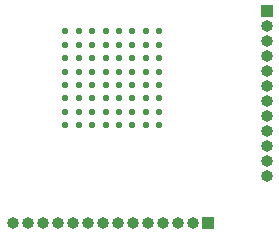
<source format=gbs>
G04 #@! TF.GenerationSoftware,KiCad,Pcbnew,(5.1.6)-1*
G04 #@! TF.CreationDate,2021-01-19T17:49:51-08:00*
G04 #@! TF.ProjectId,scum3c-devboard,7363756d-3363-42d6-9465-76626f617264,rev?*
G04 #@! TF.SameCoordinates,Original*
G04 #@! TF.FileFunction,Soldermask,Bot*
G04 #@! TF.FilePolarity,Negative*
%FSLAX46Y46*%
G04 Gerber Fmt 4.6, Leading zero omitted, Abs format (unit mm)*
G04 Created by KiCad (PCBNEW (5.1.6)-1) date 2021-01-19 17:49:51*
%MOMM*%
%LPD*%
G01*
G04 APERTURE LIST*
%ADD10O,1.000000X1.000000*%
%ADD11R,1.000000X1.000000*%
%ADD12C,0.568750*%
G04 APERTURE END LIST*
D10*
G04 #@! TO.C,JB1*
X115500000Y-101470000D03*
X115500000Y-100200000D03*
X115500000Y-98930000D03*
X115500000Y-97660000D03*
X115500000Y-96390000D03*
X115500000Y-95120000D03*
X115500000Y-93850000D03*
X115500000Y-92580000D03*
X115500000Y-91310000D03*
X115500000Y-90040000D03*
X115500000Y-88770000D03*
D11*
X115500000Y-87500000D03*
G04 #@! TD*
D10*
G04 #@! TO.C,JA1*
X93990000Y-105500000D03*
X95260000Y-105500000D03*
X96530000Y-105500000D03*
X97800000Y-105500000D03*
X99070000Y-105500000D03*
X100340000Y-105500000D03*
X101610000Y-105500000D03*
X102880000Y-105500000D03*
X104150000Y-105500000D03*
X105420000Y-105500000D03*
X106690000Y-105500000D03*
X107960000Y-105500000D03*
X109230000Y-105500000D03*
D11*
X110500000Y-105500000D03*
G04 #@! TD*
D12*
G04 #@! TO.C,U8*
X106412500Y-97187500D03*
X106412500Y-96050000D03*
X106412500Y-94912500D03*
X106412500Y-93775000D03*
X106412500Y-92637500D03*
X106412500Y-91500000D03*
X106412500Y-90362500D03*
X106412500Y-89225000D03*
X105275000Y-97187500D03*
X105275000Y-96050000D03*
X105275000Y-94912500D03*
X105275000Y-93775000D03*
X105275000Y-92637500D03*
X105275000Y-91500000D03*
X105275000Y-90362500D03*
X105275000Y-89225000D03*
X104137500Y-97187500D03*
X104137500Y-96050000D03*
X104137500Y-94912500D03*
X104137500Y-93775000D03*
X104137500Y-92637500D03*
X104137500Y-91500000D03*
X104137500Y-90362500D03*
X104137500Y-89225000D03*
X103000000Y-97187500D03*
X103000000Y-96050000D03*
X103000000Y-94912500D03*
X103000000Y-93775000D03*
X103000000Y-92637500D03*
X103000000Y-91500000D03*
X103000000Y-90362500D03*
X103000000Y-89225000D03*
X101862500Y-97187500D03*
X101862500Y-96050000D03*
X101862500Y-94912500D03*
X101862500Y-93775000D03*
X101862500Y-92637500D03*
X101862500Y-91500000D03*
X101862500Y-90362500D03*
X101862500Y-89225000D03*
X100725000Y-97187500D03*
X100725000Y-96050000D03*
X100725000Y-94912500D03*
X100725000Y-93775000D03*
X100725000Y-92637500D03*
X100725000Y-91500000D03*
X100725000Y-90362500D03*
X100725000Y-89225000D03*
X99587500Y-97187500D03*
X99587500Y-96050000D03*
X99587500Y-94912500D03*
X99587500Y-93775000D03*
X99587500Y-92637500D03*
X99587500Y-91500000D03*
X99587500Y-90362500D03*
X99587500Y-89225000D03*
X98450000Y-97187500D03*
X98450000Y-96050000D03*
X98450000Y-94912500D03*
X98450000Y-93775000D03*
X98450000Y-92637500D03*
X98450000Y-91500000D03*
X98450000Y-90362500D03*
X98450000Y-89225000D03*
G04 #@! TD*
M02*

</source>
